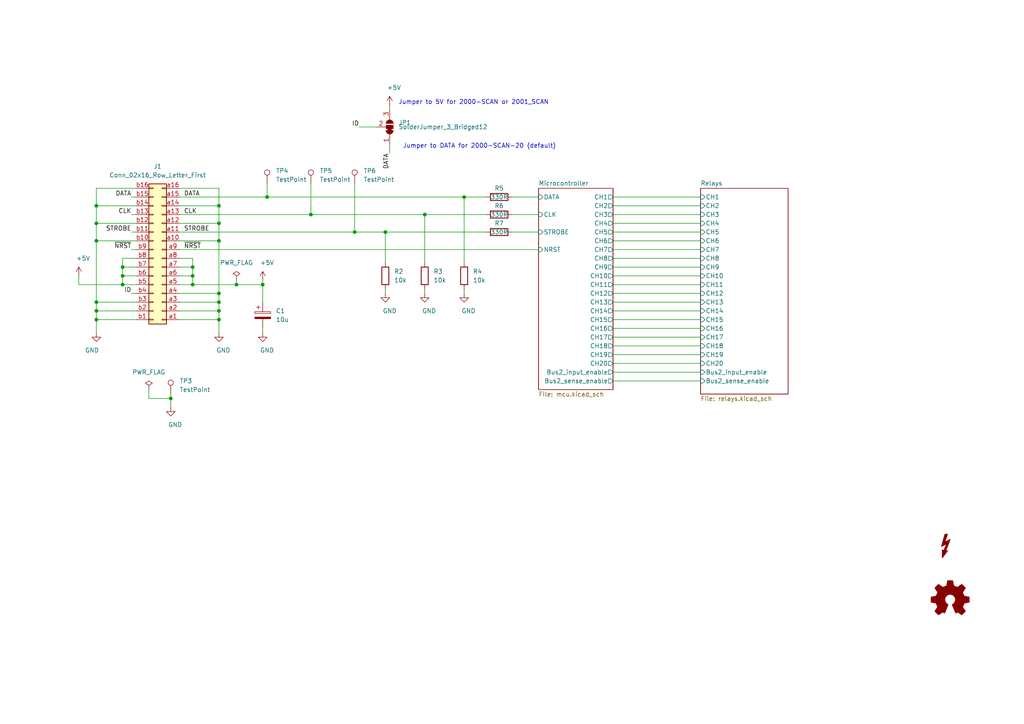
<source format=kicad_sch>
(kicad_sch (version 20211123) (generator eeschema)
  (paper "A4")
  (title_block (title "Keithley 2000-SCAN-20 SSR") (date "2022-01-11") (rev "v.1.1.0") (comment 1 "Copyright (©) 2021, Patrick Baus <patrick.baus@physik.tu-darmstadt.de>") (comment 2 "Licensed under CERN OHL v.1.2"))
  (lib_symbols
    (symbol "Connector:TestPoint" (pin_numbers hide) (pin_names (offset 0.762) hide)
      (property "Reference" "TP" (at 0 6.858 0))
      (property "Value" "TestPoint" (at 0 5.08 0))
      (symbol "TestPoint_0_1"
        (circle (center 0 3.302) (radius 0.762))
      )
      (symbol "TestPoint_1_1"
        (pin passive line (at 0 0 90) (length 2.54) (name "1") (number "1"))
      )
    )
    (symbol "Connector_Generic:Conn_02x16_Row_Letter_First" (pin_names (offset 1.016) hide)
      (property "Reference" "J" (at 1.27 20.32 0))
      (property "Value" "Conn_02x16_Row_Letter_First" (at 1.27 -22.86 0))
      (symbol "Conn_02x16_Row_Letter_First_1_1"
        (rectangle (start -1.27 -20.193) (end 0 -20.447) (stroke (width 0.1524)))
        (rectangle (start -1.27 -17.653) (end 0 -17.907) (stroke (width 0.1524)))
        (rectangle (start -1.27 -15.113) (end 0 -15.367) (stroke (width 0.1524)))
        (rectangle (start -1.27 -12.573) (end 0 -12.827) (stroke (width 0.1524)))
        (rectangle (start -1.27 -10.033) (end 0 -10.287) (stroke (width 0.1524)))
        (rectangle (start -1.27 -7.493) (end 0 -7.747) (stroke (width 0.1524)))
        (rectangle (start -1.27 -4.953) (end 0 -5.207) (stroke (width 0.1524)))
        (rectangle (start -1.27 -2.413) (end 0 -2.667) (stroke (width 0.1524)))
        (rectangle (start -1.27 0.127) (end 0 -0.127) (stroke (width 0.1524)))
        (rectangle (start -1.27 2.667) (end 0 2.413) (stroke (width 0.1524)))
        (rectangle (start -1.27 5.207) (end 0 4.953) (stroke (width 0.1524)))
        (rectangle (start -1.27 7.747) (end 0 7.493) (stroke (width 0.1524)))
        (rectangle (start -1.27 10.287) (end 0 10.033) (stroke (width 0.1524)))
        (rectangle (start -1.27 12.827) (end 0 12.573) (stroke (width 0.1524)))
        (rectangle (start -1.27 15.367) (end 0 15.113) (stroke (width 0.1524)))
        (rectangle (start -1.27 17.907) (end 0 17.653) (stroke (width 0.1524)))
        (rectangle (start -1.27 19.05) (end 3.81 -21.59) (stroke (width 0.254)) (fill (type background)))
        (rectangle (start 3.81 -20.193) (end 2.54 -20.447) (stroke (width 0.1524)))
        (rectangle (start 3.81 -17.653) (end 2.54 -17.907) (stroke (width 0.1524)))
        (rectangle (start 3.81 -15.113) (end 2.54 -15.367) (stroke (width 0.1524)))
        (rectangle (start 3.81 -12.573) (end 2.54 -12.827) (stroke (width 0.1524)))
        (rectangle (start 3.81 -10.033) (end 2.54 -10.287) (stroke (width 0.1524)))
        (rectangle (start 3.81 -7.493) (end 2.54 -7.747) (stroke (width 0.1524)))
        (rectangle (start 3.81 -4.953) (end 2.54 -5.207) (stroke (width 0.1524)))
        (rectangle (start 3.81 -2.413) (end 2.54 -2.667) (stroke (width 0.1524)))
        (rectangle (start 3.81 0.127) (end 2.54 -0.127) (stroke (width 0.1524)))
        (rectangle (start 3.81 2.667) (end 2.54 2.413) (stroke (width 0.1524)))
        (rectangle (start 3.81 5.207) (end 2.54 4.953) (stroke (width 0.1524)))
        (rectangle (start 3.81 7.747) (end 2.54 7.493) (stroke (width 0.1524)))
        (rectangle (start 3.81 10.287) (end 2.54 10.033) (stroke (width 0.1524)))
        (rectangle (start 3.81 12.827) (end 2.54 12.573) (stroke (width 0.1524)))
        (rectangle (start 3.81 15.367) (end 2.54 15.113) (stroke (width 0.1524)))
        (rectangle (start 3.81 17.907) (end 2.54 17.653) (stroke (width 0.1524)))
        (pin passive line (at -5.08 17.78 0) (length 3.81) (name "Pin_a1") (number "a1"))
        (pin passive line (at -5.08 -5.08 0) (length 3.81) (name "Pin_a10") (number "a10"))
        (pin passive line (at -5.08 -7.62 0) (length 3.81) (name "Pin_a11") (number "a11"))
        (pin passive line (at -5.08 -10.16 0) (length 3.81) (name "Pin_a12") (number "a12"))
        (pin passive line (at -5.08 -12.7 0) (length 3.81) (name "Pin_a13") (number "a13"))
        (pin passive line (at -5.08 -15.24 0) (length 3.81) (name "Pin_a14") (number "a14"))
        (pin passive line (at -5.08 -17.78 0) (length 3.81) (name "Pin_a15") (number "a15"))
        (pin passive line (at -5.08 -20.32 0) (length 3.81) (name "Pin_a16") (number "a16"))
        (pin passive line (at -5.08 15.24 0) (length 3.81) (name "Pin_a2") (number "a2"))
        (pin passive line (at -5.08 12.7 0) (length 3.81) (name "Pin_a3") (number "a3"))
        (pin passive line (at -5.08 10.16 0) (length 3.81) (name "Pin_a4") (number "a4"))
        (pin passive line (at -5.08 7.62 0) (length 3.81) (name "Pin_a5") (number "a5"))
        (pin passive line (at -5.08 5.08 0) (length 3.81) (name "Pin_a6") (number "a6"))
        (pin passive line (at -5.08 2.54 0) (length 3.81) (name "Pin_a7") (number "a7"))
        (pin passive line (at -5.08 0 0) (length 3.81) (name "Pin_a8") (number "a8"))
        (pin passive line (at -5.08 -2.54 0) (length 3.81) (name "Pin_a9") (number "a9"))
        (pin passive line (at 7.62 17.78 180) (length 3.81) (name "Pin_b1") (number "b1"))
        (pin passive line (at 7.62 -5.08 180) (length 3.81) (name "Pin_b10") (number "b10"))
        (pin passive line (at 7.62 -7.62 180) (length 3.81) (name "Pin_b11") (number "b11"))
        (pin passive line (at 7.62 -10.16 180) (length 3.81) (name "Pin_b12") (number "b12"))
        (pin passive line (at 7.62 -12.7 180) (length 3.81) (name "Pin_b13") (number "b13"))
        (pin passive line (at 7.62 -15.24 180) (length 3.81) (name "Pin_b14") (number "b14"))
        (pin passive line (at 7.62 -17.78 180) (length 3.81) (name "Pin_b15") (number "b15"))
        (pin passive line (at 7.62 -20.32 180) (length 3.81) (name "Pin_b16") (number "b16"))
        (pin passive line (at 7.62 15.24 180) (length 3.81) (name "Pin_b2") (number "b2"))
        (pin passive line (at 7.62 12.7 180) (length 3.81) (name "Pin_b3") (number "b3"))
        (pin passive line (at 7.62 10.16 180) (length 3.81) (name "Pin_b4") (number "b4"))
        (pin passive line (at 7.62 7.62 180) (length 3.81) (name "Pin_b5") (number "b5"))
        (pin passive line (at 7.62 5.08 180) (length 3.81) (name "Pin_b6") (number "b6"))
        (pin passive line (at 7.62 2.54 180) (length 3.81) (name "Pin_b7") (number "b7"))
        (pin passive line (at 7.62 0 180) (length 3.81) (name "Pin_b8") (number "b8"))
        (pin passive line (at 7.62 -2.54 180) (length 3.81) (name "Pin_b9") (number "b9"))
      )
    )
    (symbol "Device:C_Polarized" (pin_numbers hide) (pin_names (offset 0.254))
      (property "Reference" "C" (at 0.635 2.54 0))
      (property "Value" "C_Polarized" (at 0.635 -2.54 0))
      (symbol "C_Polarized_0_1"
        (rectangle (start -2.286 0.508) (end 2.286 1.016))
        (polyline (pts (xy -1.778 2.286) (xy -0.762 2.286)))
        (polyline (pts (xy -1.27 2.794) (xy -1.27 1.778)))
        (rectangle (start 2.286 -0.508) (end -2.286 -1.016) (fill (type outline)))
      )
      (symbol "C_Polarized_1_1"
        (pin passive line (at 0 3.81 270) (length 2.794) (name "~") (number "1"))
        (pin passive line (at 0 -3.81 90) (length 2.794) (name "~") (number "2"))
      )
    )
    (symbol "Device:R" (pin_numbers hide) (pin_names (offset 0))
      (property "Reference" "R" (at 2.032 0 90))
      (property "Value" "R" (at 0 0 90))
      (symbol "R_0_1"
        (rectangle (start -1.016 -2.54) (end 1.016 2.54) (stroke (width 0.254)))
      )
      (symbol "R_1_1"
        (pin passive line (at 0 3.81 270) (length 1.27) (name "~") (number "1"))
        (pin passive line (at 0 -3.81 90) (length 1.27) (name "~") (number "2"))
      )
    )
    (symbol "Graphic:Logo_Open_Hardware_Small" (pin_names (offset 1.016))
      (symbol "Logo_Open_Hardware_Small_0_1"
        (polyline (pts (xy 3.3528 -4.3434) (xy 3.302 -4.318) (xy 3.175 -4.2418) (xy 2.9972 -4.1148) (xy 2.7686 -3.9624) (xy 2.54 -3.81) (xy 2.3622 -3.7084) (xy 2.2352 -3.6068) (xy 2.1844 -3.5814) (xy 2.159 -3.6068) (xy 2.0574 -3.6576) (xy 1.905 -3.7338) (xy 1.8034 -3.7846) (xy 1.6764 -3.8354) (xy 1.6002 -3.8354) (xy 1.6002 -3.8354) (xy 1.5494 -3.7338) (xy 1.4732 -3.5306) (xy 1.3462 -3.302) (xy 1.2446 -3.0226) (xy 1.1176 -2.7178) (xy 0.9652 -2.413) (xy 0.8636 -2.1082) (xy 0.7366 -1.8288) (xy 0.6604 -1.6256) (xy 0.6096 -1.4732) (xy 0.5842 -1.397) (xy 0.5842 -1.397) (xy 0.6604 -1.3208) (xy 0.7874 -1.2446) (xy 1.0414 -1.016) (xy 1.2954 -0.6858) (xy 1.4478 -0.3302) (xy 1.524 0.0762) (xy 1.4732 0.4572) (xy 1.3208 0.8128) (xy 1.0668 1.143) (xy 0.762 1.3716) (xy 0.4064 1.524) (xy 0 1.5748) (xy -0.381 1.5494) (xy -0.7366 1.397) (xy -1.0668 1.143) (xy -1.2192 0.9906) (xy -1.397 0.6604) (xy -1.524 0.3048) (xy -1.524 0.2286) (xy -1.4986 -0.1778) (xy -1.397 -0.5334) (xy -1.1938 -0.8636) (xy -0.9144 -1.143) (xy -0.8636 -1.1684) (xy -0.7366 -1.27) (xy -0.635 -1.3462) (xy -0.5842 -1.397) (xy -1.0668 -2.5908) (xy -1.143 -2.794) (xy -1.2954 -3.1242) (xy -1.397 -3.4036) (xy -1.4986 -3.6322) (xy -1.5748 -3.7846) (xy -1.6002 -3.8354) (xy -1.6002 -3.8354) (xy -1.651 -3.8354) (xy -1.7272 -3.81) (xy -1.905 -3.7338) (xy -2.0066 -3.683) (xy -2.1336 -3.6068) (xy -2.2098 -3.5814) (xy -2.2606 -3.6068) (xy -2.3622 -3.683) (xy -2.54 -3.81) (xy -2.7686 -3.9624) (xy -2.9718 -4.0894) (xy -3.1496 -4.2164) (xy -3.302 -4.318) (xy -3.3528 -4.3434) (xy -3.3782 -4.3434) (xy -3.429 -4.318) (xy -3.5306 -4.2164) (xy -3.7084 -4.064) (xy -3.937 -3.8354) (xy -3.9624 -3.81) (xy -4.1656 -3.6068) (xy -4.318 -3.4544) (xy -4.4196 -3.3274) (xy -4.445 -3.2766) (xy -4.445 -3.2766) (xy -4.4196 -3.2258) (xy -4.318 -3.0734) (xy -4.2164 -2.8956) (xy -4.064 -2.667) (xy -3.6576 -2.0828) (xy -3.8862 -1.5494) (xy -3.937 -1.3716) (xy -4.0386 -1.1684) (xy -4.0894 -1.0414) (xy -4.1148 -0.9652) (xy -4.191 -0.9398) (xy -4.318 -0.9144) (xy -4.5466 -0.8636) (xy -4.8006 -0.8128) (xy -5.0546 -0.7874) (xy -5.2578 -0.7366) (xy -5.4356 -0.7112) (xy -5.5118 -0.6858) (xy -5.5118 -0.6858) (xy -5.5372 -0.635) (xy -5.5372 -0.5588) (xy -5.5372 -0.4318) (xy -5.5626 -0.2286) (xy -5.5626 0.0762) (xy -5.5626 0.127) (xy -5.5372 0.4064) (xy -5.5372 0.635) (xy -5.5372 0.762) (xy -5.5372 0.8382) (xy -5.5372 0.8382) (xy -5.461 0.8382) (xy -5.3086 0.889) (xy -5.08 0.9144) (xy -4.826 0.9652) (xy -4.8006 0.9906) (xy -4.5466 1.0414) (xy -4.318 1.0668) (xy -4.1656 1.1176) (xy -4.0894 1.143) (xy -4.0894 1.143) (xy -4.0386 1.2446) (xy -3.9624 1.4224) (xy -3.8608 1.6256) (xy -3.7846 1.8288) (xy -3.7084 2.0066) (xy -3.6576 2.159) (xy -3.6322 2.2098) (xy -3.6322 2.2098) (xy -3.683 2.286) (xy -3.7592 2.413) (xy -3.8862 2.5908) (xy -4.064 2.8194) (xy -4.064 2.8448) (xy -4.2164 3.0734) (xy -4.3434 3.2512) (xy -4.4196 3.3782) (xy -4.445 3.4544) (xy -4.445 3.4544) (xy -4.3942 3.5052) (xy -4.2926 3.6322) (xy -4.1148 3.81) (xy -3.937 4.0132) (xy -3.8608 4.064) (xy -3.6576 4.2926) (xy -3.5052 4.4196) (xy -3.4036 4.4958) (xy -3.3528 4.5212) (xy -3.3528 4.5212) (xy -3.302 4.4704) (xy -3.1496 4.3688) (xy -2.9718 4.2418) (xy -2.7432 4.0894) (xy -2.7178 4.0894) (xy -2.4892 3.937) (xy -2.3114 3.81) (xy -2.1844 3.7084) (xy -2.1336 3.683) (xy -2.1082 3.683) (xy -2.032 3.7084) (xy -1.8542 3.7592) (xy -1.6764 3.8354) (xy -1.4732 3.937) (xy -1.27 4.0132) (xy -1.143 4.064) (xy -1.0668 4.1148) (xy -1.0668 4.1148) (xy -1.0414 4.191) (xy -1.016 4.3434) (xy -0.9652 4.572) (xy -0.9144 4.8514) (xy -0.889 4.9022) (xy -0.8382 5.1562) (xy -0.8128 5.3848) (xy -0.7874 5.5372) (xy -0.762 5.588) (xy -0.7112 5.6134) (xy -0.5842 5.6134) (xy -0.4064 5.6134) (xy -0.1524 5.6134) (xy 0.0762 5.6134) (xy 0.3302 5.6134) (xy 0.5334 5.6134) (xy 0.6858 5.588) (xy 0.7366 5.588) (xy 0.7366 5.588) (xy 0.762 5.5118) (xy 0.8128 5.334) (xy 0.8382 5.1054) (xy 0.9144 4.826) (xy 0.9144 4.7752) (xy 0.9652 4.5212) (xy 1.016 4.2926) (xy 1.0414 4.1402) (xy 1.0668 4.0894) (xy 1.0668 4.0894) (xy 1.1938 4.0386) (xy 1.3716 3.9624) (xy 1.5748 3.8608) (xy 2.0828 3.6576) (xy 2.7178 4.0894) (xy 2.7686 4.1402) (xy 2.9972 4.2926) (xy 3.175 4.4196) (xy 3.302 4.4958) (xy 3.3782 4.5212) (xy 3.3782 4.5212) (xy 3.429 4.4704) (xy 3.556 4.3434) (xy 3.7338 4.191) (xy 3.9116 3.9878) (xy 4.064 3.8354) (xy 4.2418 3.6576) (xy 4.3434 3.556) (xy 4.4196 3.4798) (xy 4.4196 3.429) (xy 4.4196 3.4036) (xy 4.3942 3.3274) (xy 4.2926 3.2004) (xy 4.1656 2.9972) (xy 4.0132 2.794) (xy 3.8862 2.5908) (xy 3.7592 2.3876) (xy 3.6576 2.2352) (xy 3.6322 2.159) (xy 3.6322 2.1336) (xy 3.683 2.0066) (xy 3.7592 1.8288) (xy 3.8608 1.6002) (xy 4.064 1.1176) (xy 4.3942 1.0414) (xy 4.5974 1.016) (xy 4.8768 0.9652) (xy 5.1308 0.9144) (xy 5.5372 0.8382) (xy 5.5626 -0.6604) (xy 5.4864 -0.6858) (xy 5.4356 -0.6858) (xy 5.2832 -0.7366) (xy 5.0546 -0.762) (xy 4.8006 -0.8128) (xy 4.5974 -0.8636) (xy 4.3688 -0.9144) (xy 4.2164 -0.9398) (xy 4.1402 -0.9398) (xy 4.1148 -0.9652) (xy 4.064 -1.0668) (xy 3.9878 -1.2446) (xy 3.9116 -1.4478) (xy 3.81 -1.651) (xy 3.7338 -1.8542) (xy 3.683 -2.0066) (xy 3.6576 -2.0828) (xy 3.683 -2.1336) (xy 3.7846 -2.2606) (xy 3.8862 -2.4638) (xy 4.0386 -2.667) (xy 4.191 -2.8956) (xy 4.318 -3.0734) (xy 4.3942 -3.2004) (xy 4.445 -3.2766) (xy 4.4196 -3.3274) (xy 4.3434 -3.429) (xy 4.1656 -3.5814) (xy 3.937 -3.8354) (xy 3.8862 -3.8608) (xy 3.683 -4.064) (xy 3.5306 -4.2164) (xy 3.4036 -4.318) (xy 3.3528 -4.3434)) (fill (type outline)))
      )
    )
    (symbol "Graphic:SYM_Flash_Small" (pin_names (offset 1.016))
      (symbol "SYM_Flash_Small_0_1"
        (polyline (pts (xy 0.508 -1.016) (xy -1.016 -0.762) (xy -1.016 -3.048) (xy 0.508 -1.016)) (stroke (width 0.2032)) (fill (type outline)))
        (polyline (pts (xy -0.254 3.81) (xy 0.508 3.81) (xy -0.254 1.524) (xy 1.27 2.286) (xy 0 -1.016) (xy -0.508 -0.762) (xy 0.254 1.016) (xy -1.27 0.254) (xy -0.254 3.81)) (stroke (width 0.2032)) (fill (type outline)))
      )
    )
    (symbol "Jumper:SolderJumper_3_Bridged12" (pin_names (offset 0) hide)
      (property "Reference" "JP" (at -2.54 -2.54 0))
      (property "Value" "SolderJumper_3_Bridged12" (at 0 2.794 0))
      (symbol "SolderJumper_3_Bridged12_0_1"
        (rectangle (start -1.016 0.508) (end -0.508 -0.508) (fill (type outline)))
        (arc (start -1.016 1.016) (mid -2.032 0) (end -1.016 -1.016))
        (arc (start -1.016 1.016) (mid -2.032 0) (end -1.016 -1.016) (fill (type outline)))
        (rectangle (start -0.508 1.016) (end 0.508 -1.016) (fill (type outline)))
        (polyline (pts (xy -2.54 0) (xy -2.032 0)))
        (polyline (pts (xy -1.016 1.016) (xy -1.016 -1.016)))
        (polyline (pts (xy 0 -1.27) (xy 0 -1.016)))
        (polyline (pts (xy 1.016 1.016) (xy 1.016 -1.016)))
        (polyline (pts (xy 2.54 0) (xy 2.032 0)))
        (arc (start 1.016 -1.016) (mid 2.032 0) (end 1.016 1.016))
        (arc (start 1.016 -1.016) (mid 2.032 0) (end 1.016 1.016) (fill (type outline)))
      )
      (symbol "SolderJumper_3_Bridged12_1_1"
        (pin passive line (at -5.08 0 0) (length 2.54) (name "A") (number "1"))
        (pin input line (at 0 -3.81 90) (length 2.54) (name "C") (number "2"))
        (pin passive line (at 5.08 0 180) (length 2.54) (name "B") (number "3"))
      )
    )
    (symbol "power:+5V" (power) (pin_names (offset 0))
      (property "Value" "+5V" (at 0 3.556 0))
      (symbol "+5V_0_1"
        (polyline (pts (xy -0.762 1.27) (xy 0 2.54)))
        (polyline (pts (xy 0 0) (xy 0 2.54)))
        (polyline (pts (xy 0 2.54) (xy 0.762 1.27)))
      )
      (symbol "+5V_1_1"
        (pin power_in line (at 0 0 90) (length 0) hide (name "+5V") (number "1"))
      )
    )
    (symbol "power:GND" (power) (pin_names (offset 0))
      (property "Value" "GND" (at 0 -3.81 0))
      (symbol "GND_0_1"
        (polyline (pts (xy 0 0) (xy 0 -1.27) (xy 1.27 -1.27) (xy 0 -2.54) (xy -1.27 -1.27) (xy 0 -1.27)))
      )
      (symbol "GND_1_1"
        (pin power_in line (at 0 0 270) (length 0) hide (name "GND") (number "1"))
      )
    )
    (symbol "power:PWR_FLAG" (power) (pin_numbers hide) (pin_names (offset 0) hide)
      (property "Value" "PWR_FLAG" (at 0 3.81 0))
      (symbol "PWR_FLAG_0_0"
        (pin power_out line (at 0 0 90) (length 0) (name "pwr") (number "1"))
      )
      (symbol "PWR_FLAG_0_1"
        (polyline (pts (xy 0 0) (xy 0 1.27) (xy -1.016 1.905) (xy 0 2.54) (xy 1.016 1.905) (xy 0 1.27)))
      )
    )
  )
  (junction (at 63.5 90.17))
  (junction (at 102.87 67.31))
  (junction (at 77.47 57.15))
  (junction (at 27.94 87.63))
  (junction (at 27.94 92.71))
  (junction (at 63.5 69.85))
  (junction (at 49.53 115.57))
  (junction (at 123.19 62.23))
  (junction (at 63.5 85.09))
  (junction (at 27.94 59.69))
  (junction (at 55.88 82.55))
  (junction (at 27.94 69.85))
  (junction (at 35.56 77.47))
  (junction (at 63.5 59.69))
  (junction (at 76.2 82.55))
  (junction (at 35.56 82.55))
  (junction (at 134.62 57.15))
  (junction (at 55.88 80.01))
  (junction (at 111.76 67.31))
  (junction (at 90.17 62.23))
  (junction (at 63.5 87.63))
  (junction (at 27.94 64.77))
  (junction (at 27.94 90.17))
  (junction (at 63.5 92.71))
  (junction (at 63.5 64.77))
  (junction (at 68.58 82.55))
  (junction (at 35.56 80.01))
  (junction (at 55.88 77.47))
  (wire (pts (xy 177.8 82.55) (xy 203.2 82.55)))
  (wire (pts (xy 113.03 41.91) (xy 113.03 44.45)))
  (wire (pts (xy 22.86 82.55) (xy 22.86 80.01)))
  (wire (pts (xy 102.87 53.34) (xy 102.87 67.31)))
  (wire (pts (xy 39.37 74.93) (xy 35.56 74.93)))
  (wire (pts (xy 39.37 87.63) (xy 27.94 87.63)))
  (wire (pts (xy 52.07 90.17) (xy 63.5 90.17)))
  (wire (pts (xy 76.2 82.55) (xy 76.2 81.28)))
  (wire (pts (xy 177.8 107.95) (xy 203.2 107.95)))
  (wire (pts (xy 35.56 82.55) (xy 22.86 82.55)))
  (wire (pts (xy 52.07 82.55) (xy 55.88 82.55)))
  (wire (pts (xy 76.2 96.52) (xy 76.2 95.25)))
  (wire (pts (xy 140.97 67.31) (xy 111.76 67.31)))
  (wire (pts (xy 177.8 72.39) (xy 203.2 72.39)))
  (wire (pts (xy 27.94 54.61) (xy 27.94 59.69)))
  (wire (pts (xy 134.62 57.15) (xy 140.97 57.15)))
  (wire (pts (xy 63.5 54.61) (xy 63.5 59.69)))
  (wire (pts (xy 177.8 67.31) (xy 203.2 67.31)))
  (wire (pts (xy 156.21 57.15) (xy 148.59 57.15)))
  (wire (pts (xy 43.18 113.03) (xy 43.18 115.57)))
  (wire (pts (xy 90.17 53.34) (xy 90.17 62.23)))
  (wire (pts (xy 111.76 76.2) (xy 111.76 67.31)))
  (wire (pts (xy 156.21 62.23) (xy 148.59 62.23)))
  (wire (pts (xy 177.8 62.23) (xy 203.2 62.23)))
  (wire (pts (xy 63.5 87.63) (xy 63.5 90.17)))
  (wire (pts (xy 177.8 59.69) (xy 203.2 59.69)))
  (wire (pts (xy 27.94 87.63) (xy 27.94 90.17)))
  (wire (pts (xy 177.8 105.41) (xy 203.2 105.41)))
  (wire (pts (xy 27.94 59.69) (xy 27.94 64.77)))
  (wire (pts (xy 39.37 57.15) (xy 38.1 57.15)))
  (wire (pts (xy 39.37 54.61) (xy 27.94 54.61)))
  (wire (pts (xy 177.8 95.25) (xy 203.2 95.25)))
  (wire (pts (xy 52.07 59.69) (xy 63.5 59.69)))
  (wire (pts (xy 63.5 59.69) (xy 63.5 64.77)))
  (wire (pts (xy 49.53 115.57) (xy 43.18 115.57)))
  (wire (pts (xy 55.88 82.55) (xy 68.58 82.55)))
  (wire (pts (xy 27.94 69.85) (xy 27.94 87.63)))
  (wire (pts (xy 177.8 97.79) (xy 203.2 97.79)))
  (wire (pts (xy 77.47 53.34) (xy 77.47 57.15)))
  (wire (pts (xy 49.53 118.11) (xy 49.53 115.57)))
  (wire (pts (xy 52.07 85.09) (xy 63.5 85.09)))
  (wire (pts (xy 55.88 80.01) (xy 52.07 80.01)))
  (wire (pts (xy 55.88 82.55) (xy 55.88 80.01)))
  (wire (pts (xy 111.76 83.82) (xy 111.76 85.09)))
  (wire (pts (xy 39.37 69.85) (xy 27.94 69.85)))
  (wire (pts (xy 177.8 80.01) (xy 203.2 80.01)))
  (wire (pts (xy 27.94 90.17) (xy 27.94 92.71)))
  (wire (pts (xy 39.37 82.55) (xy 35.56 82.55)))
  (wire (pts (xy 177.8 90.17) (xy 203.2 90.17)))
  (wire (pts (xy 76.2 87.63) (xy 76.2 82.55)))
  (wire (pts (xy 102.87 67.31) (xy 111.76 67.31)))
  (wire (pts (xy 177.8 85.09) (xy 203.2 85.09)))
  (wire (pts (xy 177.8 74.93) (xy 203.2 74.93)))
  (wire (pts (xy 52.07 92.71) (xy 63.5 92.71)))
  (wire (pts (xy 27.94 64.77) (xy 27.94 69.85)))
  (wire (pts (xy 39.37 62.23) (xy 38.1 62.23)))
  (wire (pts (xy 177.8 102.87) (xy 203.2 102.87)))
  (wire (pts (xy 68.58 82.55) (xy 76.2 82.55)))
  (wire (pts (xy 123.19 62.23) (xy 140.97 62.23)))
  (wire (pts (xy 39.37 67.31) (xy 38.1 67.31)))
  (wire (pts (xy 177.8 64.77) (xy 203.2 64.77)))
  (wire (pts (xy 52.07 74.93) (xy 55.88 74.93)))
  (wire (pts (xy 52.07 57.15) (xy 77.47 57.15)))
  (wire (pts (xy 35.56 74.93) (xy 35.56 77.47)))
  (wire (pts (xy 39.37 92.71) (xy 27.94 92.71)))
  (wire (pts (xy 123.19 76.2) (xy 123.19 62.23)))
  (wire (pts (xy 55.88 77.47) (xy 55.88 80.01)))
  (wire (pts (xy 177.8 110.49) (xy 203.2 110.49)))
  (wire (pts (xy 90.17 62.23) (xy 123.19 62.23)))
  (wire (pts (xy 123.19 83.82) (xy 123.19 85.09)))
  (wire (pts (xy 52.07 64.77) (xy 63.5 64.77)))
  (wire (pts (xy 49.53 115.57) (xy 49.53 114.3)))
  (wire (pts (xy 39.37 90.17) (xy 27.94 90.17)))
  (wire (pts (xy 55.88 74.93) (xy 55.88 77.47)))
  (wire (pts (xy 39.37 85.09) (xy 38.1 85.09)))
  (wire (pts (xy 113.03 30.48) (xy 113.03 31.75)))
  (wire (pts (xy 177.8 100.33) (xy 203.2 100.33)))
  (wire (pts (xy 52.07 87.63) (xy 63.5 87.63)))
  (wire (pts (xy 52.07 54.61) (xy 63.5 54.61)))
  (wire (pts (xy 52.07 67.31) (xy 102.87 67.31)))
  (wire (pts (xy 39.37 64.77) (xy 27.94 64.77)))
  (wire (pts (xy 134.62 76.2) (xy 134.62 57.15)))
  (wire (pts (xy 35.56 82.55) (xy 35.56 80.01)))
  (wire (pts (xy 52.07 62.23) (xy 90.17 62.23)))
  (wire (pts (xy 52.07 72.39) (xy 156.21 72.39)))
  (wire (pts (xy 52.07 69.85) (xy 63.5 69.85)))
  (wire (pts (xy 109.22 36.83) (xy 104.14 36.83)))
  (wire (pts (xy 63.5 92.71) (xy 63.5 96.52)))
  (wire (pts (xy 39.37 59.69) (xy 27.94 59.69)))
  (wire (pts (xy 63.5 90.17) (xy 63.5 92.71)))
  (wire (pts (xy 52.07 77.47) (xy 55.88 77.47)))
  (wire (pts (xy 35.56 80.01) (xy 39.37 80.01)))
  (wire (pts (xy 39.37 77.47) (xy 35.56 77.47)))
  (wire (pts (xy 63.5 85.09) (xy 63.5 87.63)))
  (wire (pts (xy 39.37 72.39) (xy 38.1 72.39)))
  (wire (pts (xy 35.56 77.47) (xy 35.56 80.01)))
  (wire (pts (xy 156.21 67.31) (xy 148.59 67.31)))
  (wire (pts (xy 63.5 69.85) (xy 63.5 85.09)))
  (wire (pts (xy 177.8 92.71) (xy 203.2 92.71)))
  (wire (pts (xy 177.8 77.47) (xy 203.2 77.47)))
  (wire (pts (xy 177.8 87.63) (xy 203.2 87.63)))
  (wire (pts (xy 77.47 57.15) (xy 134.62 57.15)))
  (wire (pts (xy 63.5 64.77) (xy 63.5 69.85)))
  (wire (pts (xy 177.8 57.15) (xy 203.2 57.15)))
  (wire (pts (xy 177.8 69.85) (xy 203.2 69.85)))
  (wire (pts (xy 134.62 83.82) (xy 134.62 85.09)))
  (wire (pts (xy 68.58 81.28) (xy 68.58 82.55)))
  (wire (pts (xy 27.94 92.71) (xy 27.94 96.52)))
  (text "Jumper to 5V for 2000-SCAN or 2001_SCAN\n" (at 115.57 30.48 0) (effects (font (size 1.27 1.27)) (justify left bottom)))
  (text "Jumper to DATA for 2000-SCAN-20 (default)" (at 116.84 43.18 0) (effects (font (size 1.27 1.27)) (justify left bottom)))
  (label "STROBE" (at 38.1 67.31 180))
  (label "ID" (at 38.1 85.09 180))
  (label "CLK" (at 53.34 62.23 0))
  (label "DATA" (at 38.1 57.15 180))
  (label "STROBE" (at 53.34 67.31 0))
  (label "~{NRST}" (at 53.34 72.39 0))
  (label "ID" (at 104.14 36.83 180))
  (label "CLK" (at 38.1 62.23 180))
  (label "~{NRST}" (at 38.1 72.39 180))
  (label "DATA" (at 53.34 57.15 0))
  (label "DATA" (at 113.03 44.45 270))
  (symbol (lib_id "Connector_Generic:Conn_02x16_Row_Letter_First") (at 46.99 74.93 180) (unit 1)
    (property "Reference" "J1" (at 45.72 48.26 0))
    (property "Value" "Conn_02x16_Row_Letter_First" (at 45.72 50.8 0))
    (property "Footprint" "Connector_DIN:DIN41612_B2_2x16_Male_Horizontal_THT" (effects hide))
    (property "MFN" "Molex" (effects hide))
    (property "PN" "85050-0000" (effects hide))
  )
  (symbol (lib_id "power:GND") (at 63.5 96.52 0) (unit 1)
    (property "Reference" "#PWR03" (effects hide))
    (property "Value" "GND" (at 64.77 101.6 0))
  )
  (symbol (lib_id "power:GND") (at 27.94 96.52 0) (mirror y) (unit 1)
    (property "Reference" "#PWR02" (effects hide))
    (property "Value" "GND" (at 26.67 101.6 0))
  )
  (symbol (lib_id "power:+5V") (at 76.2 81.28 0) (unit 1)
    (property "Reference" "#PWR04" (effects hide))
    (property "Value" "+5V" (at 77.47 76.2 0))
  )
  (symbol (lib_id "power:+5V") (at 22.86 80.01 0) (unit 1)
    (property "Reference" "#PWR01" (effects hide))
    (property "Value" "+5V" (at 24.13 74.93 0))
  )
  (symbol (lib_id "power:+5V") (at 113.03 30.48 0) (unit 1)
    (property "Reference" "#PWR08" (effects hide))
    (property "Value" "+5V" (at 114.3 25.4 0))
  )
  (symbol (lib_id "Jumper:SolderJumper_3_Bridged12") (at 113.03 36.83 270) (mirror x) (unit 1) (in_bom no)
    (property "Reference" "JP1" (at 115.57 35.56 90) (effects (justify left)))
    (property "Value" "SolderJumper_3_Bridged12" (at 115.57 36.83 90) (effects (justify left)))
    (property "Footprint" "Jumper:SolderJumper-3_P1.3mm_Bridged12_Pad1.0x1.5mm_NumberLabels" (effects hide))
    (property "DNP" "1" (effects hide))
  )
  (symbol (lib_id "Device:R") (at 111.76 80.01 0) (unit 1)
    (property "Reference" "R2" (at 114.3 78.74 0) (effects (justify left)))
    (property "Value" "10k" (at 114.3 81.28 0) (effects (justify left)))
    (property "Footprint" "Resistor_SMD:R_0603_1608Metric" (effects hide))
    (property "MFN" "Vishay" (effects hide))
    (property "PN" "CRCW060310K0JNEB" (effects hide))
  )
  (symbol (lib_id "power:GND") (at 111.76 85.09 0) (unit 1)
    (property "Reference" "#PWR07" (effects hide))
    (property "Value" "GND" (at 113.03 90.17 0))
  )
  (symbol (lib_id "Device:R") (at 144.78 57.15 270) (unit 1)
    (property "Reference" "R5" (at 144.78 54.61 90))
    (property "Value" "330R" (at 144.78 57.15 90))
    (property "Footprint" "Resistor_SMD:R_0603_1608Metric" (effects hide))
    (property "MFN" "Vishay" (effects hide))
    (property "PN" "CRCW0603330RJNEB" (effects hide))
  )
  (symbol (lib_id "Device:R") (at 144.78 62.23 270) (unit 1)
    (property "Reference" "R6" (at 144.78 59.69 90))
    (property "Value" "330R" (at 144.78 62.23 90))
    (property "Footprint" "Resistor_SMD:R_0603_1608Metric" (effects hide))
    (property "MFN" "Vishay" (effects hide))
    (property "PN" "CRCW0603330RJNEB" (effects hide))
  )
  (symbol (lib_id "Device:R") (at 144.78 67.31 270) (unit 1)
    (property "Reference" "R7" (at 144.78 64.77 90))
    (property "Value" "330R" (at 144.78 67.31 90))
    (property "Footprint" "Resistor_SMD:R_0603_1608Metric" (effects hide))
    (property "MFN" "Vishay" (effects hide))
    (property "PN" "CRCW0603330RJNEB" (effects hide))
  )
  (symbol (lib_id "Device:R") (at 123.19 80.01 0) (unit 1)
    (property "Reference" "R3" (at 125.73 78.74 0) (effects (justify left)))
    (property "Value" "10k" (at 125.73 81.28 0) (effects (justify left)))
    (property "Footprint" "Resistor_SMD:R_0603_1608Metric" (effects hide))
    (property "MFN" "Vishay" (effects hide))
    (property "PN" "CRCW060310K0JNEB" (effects hide))
  )
  (symbol (lib_id "power:GND") (at 123.19 85.09 0) (unit 1)
    (property "Reference" "#PWR09" (effects hide))
    (property "Value" "GND" (at 124.46 90.17 0))
  )
  (symbol (lib_id "Device:R") (at 134.62 80.01 0) (unit 1)
    (property "Reference" "R4" (at 137.16 78.74 0) (effects (justify left)))
    (property "Value" "10k" (at 137.16 81.28 0) (effects (justify left)))
    (property "Footprint" "Resistor_SMD:R_0603_1608Metric" (effects hide))
    (property "MFN" "Vishay" (effects hide))
    (property "PN" "CRCW060310K0JNEB" (effects hide))
  )
  (symbol (lib_id "power:GND") (at 134.62 85.09 0) (unit 1)
    (property "Reference" "#PWR010" (effects hide))
    (property "Value" "GND" (at 135.89 90.17 0))
  )
  (symbol (lib_id "Device:C_Polarized") (at 76.2 91.44 0) (unit 1)
    (property "Reference" "C1" (at 80.01 90.17 0) (effects (justify left)))
    (property "Value" "10u" (at 80.01 92.71 0) (effects (justify left)))
    (property "Footprint" "Capacitor_THT:CP_Radial_D6.3mm_P2.50mm" (effects hide))
    (property "MFN" "Nichicon" (effects hide))
    (property "PN" "ULD2A100MED1TD" (effects hide))
  )
  (symbol (lib_id "power:GND") (at 76.2 96.52 0) (unit 1)
    (property "Reference" "#PWR05" (effects hide))
    (property "Value" "GND" (at 77.47 101.6 0))
  )
  (symbol (lib_id "Graphic:Logo_Open_Hardware_Small") (at 275.59 173.99 0) (unit 1) (in_bom no)
    (property "Reference" "LOGO2" (effects hide))
    (property "Value" "Logo_Open_Hardware_Small" (effects hide))
    (property "Footprint" "Symbol:OSHW-Logo_7.5x8mm_SilkScreen" (effects hide))
    (property "DNP" "1" (effects hide))
  )
  (symbol (lib_id "Connector:TestPoint") (at 49.53 114.3 0) (unit 1)
    (property "Reference" "TP3" (at 52.07 110.49 0) (effects (justify left)))
    (property "Value" "TestPoint" (at 52.07 113.03 0) (effects (justify left)))
    (property "Footprint" "TestPoint:TestPoint_Loop_D2.60mm_Drill1.6mm_Beaded" (effects hide))
    (property "MFN" "Keystone" (effects hide))
    (property "PN" "5281" (effects hide))
  )
  (symbol (lib_id "power:GND") (at 49.53 118.11 0) (unit 1)
    (property "Reference" "#PWR0101" (effects hide))
    (property "Value" "GND" (at 50.8 123.19 0))
  )
  (symbol (lib_id "Connector:TestPoint") (at 77.47 53.34 0) (unit 1)
    (property "Reference" "TP4" (at 80.01 49.53 0) (effects (justify left)))
    (property "Value" "TestPoint" (at 80.01 52.07 0) (effects (justify left)))
    (property "Footprint" "TestPoint:TestPoint_Loop_D2.60mm_Drill1.6mm_Beaded" (effects hide))
    (property "MFN" "Keystone" (effects hide))
    (property "PN" "5286" (effects hide))
    (property "DNP" "1" (effects hide))
    (property "Note" "Solder only for debugging" (effects hide))
  )
  (symbol (lib_id "Connector:TestPoint") (at 90.17 53.34 0) (unit 1)
    (property "Reference" "TP5" (at 92.71 49.53 0) (effects (justify left)))
    (property "Value" "TestPoint" (at 92.71 52.07 0) (effects (justify left)))
    (property "Footprint" "TestPoint:TestPoint_Loop_D2.60mm_Drill1.6mm_Beaded" (effects hide))
    (property "MFN" "Keystone" (effects hide))
    (property "PN" "5286" (effects hide))
    (property "DNP" "1" (effects hide))
    (property "Note" "Solder only for debugging" (effects hide))
  )
  (symbol (lib_id "Connector:TestPoint") (at 102.87 53.34 0) (unit 1)
    (property "Reference" "TP6" (at 105.41 49.53 0) (effects (justify left)))
    (property "Value" "TestPoint" (at 105.41 52.07 0) (effects (justify left)))
    (property "Footprint" "TestPoint:TestPoint_Loop_D2.60mm_Drill1.6mm_Beaded" (effects hide))
    (property "MFN" "Keystone" (effects hide))
    (property "PN" "5286" (effects hide))
    (property "DNP" "1" (effects hide))
    (property "Note" "Solder only for debugging" (effects hide))
  )
  (symbol (lib_id "Graphic:SYM_Flash_Small") (at 274.32 158.75 0) (unit 1) (in_bom no)
    (property "Reference" "SYM1" (effects hide))
    (property "Value" "SYM_Flash_Small" (effects hide))
    (property "Footprint" "Symbol:Symbol_Highvoltage_Type2_CopperTop_Small" (effects hide))
    (property "DNP" "1" (effects hide))
  )
  (symbol (lib_id "power:PWR_FLAG") (at 68.58 81.28 0) (unit 1)
    (property "Reference" "#FLG0102" (effects hide))
    (property "Value" "PWR_FLAG" (at 68.58 76.2 0))
  )
  (symbol (lib_id "power:PWR_FLAG") (at 43.18 113.03 0) (unit 1)
    (property "Reference" "#FLG0101" (effects hide))
    (property "Value" "PWR_FLAG" (at 43.18 107.95 0))
  )
  (sheet (at 156.21 54.61) (size 21.59 58.42)
    (property "Sheet name" "Microcontroller" (at 156.21 53.8984 0) (effects (justify left bottom)))
    (property "Sheet file" "mcu.kicad_sch" (at 156.21 113.6146 0) (effects (justify left top)))
    (pin "CLK" input (at 156.21 62.23 180))
    (pin "STROBE" input (at 156.21 67.31 180))
    (pin "NRST" input (at 156.21 72.39 180))
    (pin "DATA" input (at 156.21 57.15 180))
    (pin "CH20" output (at 177.8 105.41 0))
    (pin "CH19" output (at 177.8 102.87 0))
    (pin "CH18" output (at 177.8 100.33 0))
    (pin "CH17" output (at 177.8 97.79 0))
    (pin "CH16" output (at 177.8 95.25 0))
    (pin "CH11" output (at 177.8 82.55 0))
    (pin "CH1" output (at 177.8 57.15 0))
    (pin "CH2" output (at 177.8 59.69 0))
    (pin "CH3" output (at 177.8 62.23 0))
    (pin "CH14" output (at 177.8 90.17 0))
    (pin "CH13" output (at 177.8 87.63 0))
    (pin "CH12" output (at 177.8 85.09 0))
    (pin "CH5" output (at 177.8 67.31 0))
    (pin "CH6" output (at 177.8 69.85 0))
    (pin "CH7" output (at 177.8 72.39 0))
    (pin "CH8" output (at 177.8 74.93 0))
    (pin "CH9" output (at 177.8 77.47 0))
    (pin "CH10" output (at 177.8 80.01 0))
    (pin "CH4" output (at 177.8 64.77 0))
    (pin "Bus2_input_enable" output (at 177.8 107.95 0))
    (pin "Bus2_sense_enable" output (at 177.8 110.49 0))
    (pin "CH15" output (at 177.8 92.71 0))
  )
  (sheet (at 203.2 54.61) (size 25.4 59.69)
    (property "Sheet name" "Relays" (at 203.2 53.8984 0) (effects (justify left bottom)))
    (property "Sheet file" "relays.kicad_sch" (at 203.2 114.8846 0) (effects (justify left top)))
    (pin "CH1" input (at 203.2 57.15 180))
    (pin "CH2" input (at 203.2 59.69 180))
    (pin "CH3" input (at 203.2 62.23 180))
    (pin "CH4" input (at 203.2 64.77 180))
    (pin "CH5" input (at 203.2 67.31 180))
    (pin "CH6" input (at 203.2 69.85 180))
    (pin "CH7" input (at 203.2 72.39 180))
    (pin "CH8" input (at 203.2 74.93 180))
    (pin "CH9" input (at 203.2 77.47 180))
    (pin "CH10" input (at 203.2 80.01 180))
    (pin "CH20" input (at 203.2 105.41 180))
    (pin "CH19" input (at 203.2 102.87 180))
    (pin "CH18" input (at 203.2 100.33 180))
    (pin "CH17" input (at 203.2 97.79 180))
    (pin "CH16" input (at 203.2 95.25 180))
    (pin "CH15" input (at 203.2 92.71 180))
    (pin "CH14" input (at 203.2 90.17 180))
    (pin "CH13" input (at 203.2 87.63 180))
    (pin "CH12" input (at 203.2 85.09 180))
    (pin "CH11" input (at 203.2 82.55 180))
    (pin "Bus2_input_enable" input (at 203.2 107.95 180))
    (pin "Bus2_sense_enable" input (at 203.2 110.49 180))
  )
)
</source>
